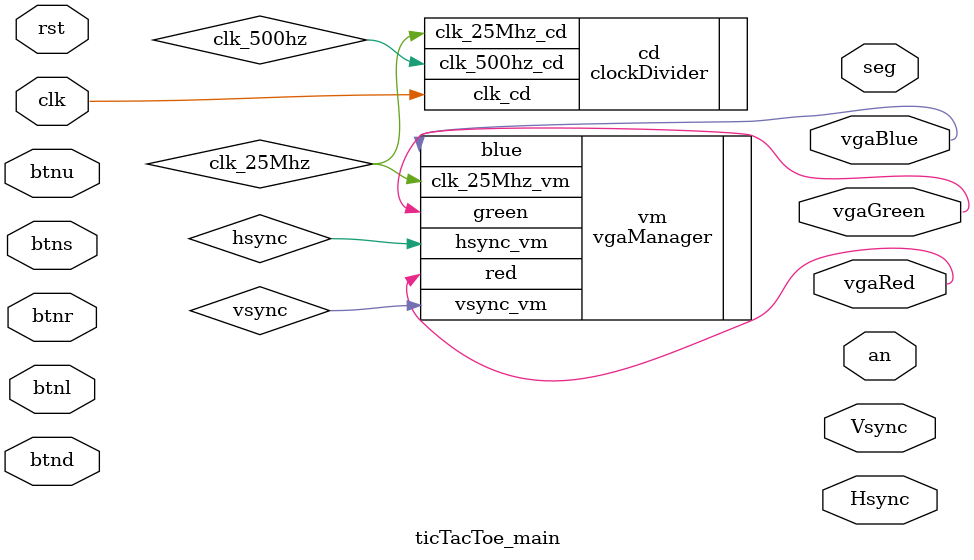
<source format=v>
`timescale 1ns / 1ps
module ticTacToe_main(
	//inputs: clock, 5 buttons, reset switch
	input clk,	//main 100mhz clock
	input btns,
	input btnu,
	input btnl,
	input btnd,
	input btnr,
	input rst,
	//outputs: 3 vgas, 2 syncs, segs, ans
	output vgaRed,
	output vgaGreen,
	output vgaBlue,
	output Hsync,
	output Vsync,
	output seg,
	output an
	//output test_p1,
	//output test_p2
    );
	 //clocks
	 wire clk_25Mhz, clk_500hz;
	 clockDivider cd(.clk_cd(clk), .clk_25Mhz_cd(clk_25Mhz), .clk_500hz_cd(clk_500hz));
	 
	 //player1 and player2 grid
	 wire [0:8] p1Grid;
	 wire [0:8] p2Grid;
	 //  0  1  2
	 //  3  4  5
	 //  6  7  8
	 
	 //current cursor
	 wire [3:0] cursorPosition;
	 // [3:2] : x coordinate, [1:0] : y coordinate
	 //			X
	 // 		00 01 02
	 //	00  x  x  x
	 //Y	01  x  x  x
	 //	02  x  x  x
	 
	 //state of game
	 wire [2:0] gameState;
	 //0 : p1 turn
	 //1 : p2 turn
	 //2 : game over - draw
	 //3 : game over - p1 wins
	 //4 : game over - p2 wins
	 
	 //enable display
	 wire en_display;
	 
	 vgaManager vm(.clk_25Mhz_vm(clk_25Mhz), .hsync_vm(hsync), .vsync_vm(vsync), .red(vgaRed), .green(vgaGreen), .blue(vgaBlue));
	
	
endmodule

</source>
